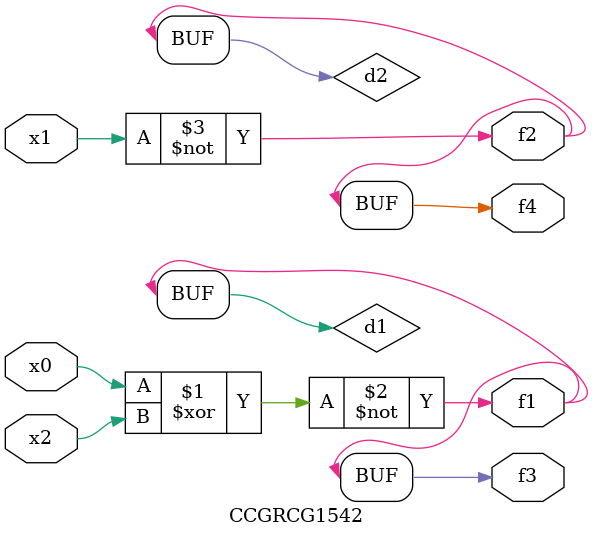
<source format=v>
module CCGRCG1542(
	input x0, x1, x2,
	output f1, f2, f3, f4
);

	wire d1, d2, d3;

	xnor (d1, x0, x2);
	nand (d2, x1);
	nor (d3, x1, x2);
	assign f1 = d1;
	assign f2 = d2;
	assign f3 = d1;
	assign f4 = d2;
endmodule

</source>
